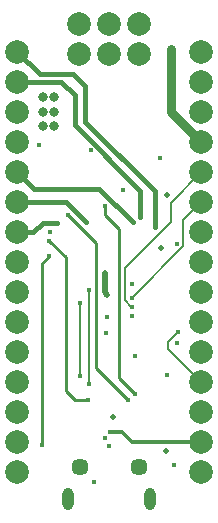
<source format=gbr>
%TF.GenerationSoftware,Altium Limited,Altium Designer,19.1.8 (144)*%
G04 Layer_Physical_Order=3*
G04 Layer_Color=16440176*
%FSLAX26Y26*%
%MOIN*%
%TF.FileFunction,Copper,L3,Inr,Signal*%
%TF.Part,Single*%
G01*
G75*
%TA.AperFunction,Conductor*%
%ADD19C,0.010000*%
%ADD20C,0.008000*%
%ADD21C,0.012000*%
%ADD22C,0.020000*%
%ADD23C,0.015000*%
%TA.AperFunction,ComponentPad*%
%ADD24C,0.031496*%
%ADD25C,0.078740*%
%ADD26C,0.057087*%
%ADD27O,0.037402X0.074803*%
%TA.AperFunction,ViaPad*%
%ADD28C,0.015000*%
%ADD29C,0.020000*%
%TA.AperFunction,Conductor*%
%ADD30C,0.030000*%
D19*
X113175Y210175D02*
Y815175D01*
X293675Y467943D02*
Y883990D01*
Y467943D02*
X401423Y360195D01*
X200771Y976894D02*
X293675Y883990D01*
X113175Y815175D02*
X138175Y840175D01*
X192047Y392503D02*
Y837303D01*
X137175Y892175D02*
X192047Y837303D01*
X322175Y978822D02*
Y1009175D01*
Y978822D02*
X370675Y930322D01*
Y433985D02*
Y930322D01*
Y433985D02*
X424675Y379985D01*
X192047Y392503D02*
X224354Y360195D01*
X268175D01*
D20*
X271175Y415560D02*
Y727175D01*
X270587Y414971D02*
X271175Y415560D01*
X241175Y441931D02*
Y684175D01*
X240685Y441442D02*
X241175Y441931D01*
X583675Y873165D02*
Y960823D01*
X412686Y702175D02*
X583675Y873165D01*
X412175Y702175D02*
X412686D01*
X583675Y960823D02*
X644175Y1021323D01*
X390675Y693270D02*
X411770Y672175D01*
X412175D01*
X390675Y693270D02*
Y802257D01*
X541853Y953435D01*
X534496Y554902D02*
X566389Y586794D01*
X567109D01*
X541853Y953435D02*
Y1019001D01*
X644175Y1121323D01*
X534496Y531002D02*
Y554902D01*
Y531002D02*
X644175Y421323D01*
D21*
X340175Y254175D02*
X380175D01*
X413027Y221323D01*
X644175D01*
D22*
X322175Y719423D02*
X330175Y711423D01*
X322175Y719423D02*
Y783175D01*
D23*
X488897Y938968D02*
Y1057453D01*
X257175Y1289175D02*
X488897Y1057453D01*
X257175Y1289175D02*
Y1407336D01*
X441775Y970610D02*
Y1056576D01*
X222175Y1276175D02*
X441775Y1056576D01*
X222175Y1276175D02*
Y1377175D01*
X218188Y1446323D02*
X257175Y1407336D01*
X105175Y1446323D02*
X218188D01*
X30175Y1421323D02*
X178027D01*
X222175Y1377175D01*
X30175Y921323D02*
X84781D01*
X115351Y951894D01*
X163183D01*
X30175Y1521323D02*
X105175Y1446323D01*
X85886Y1065613D02*
X304474D01*
X30175Y1121323D02*
X85886Y1065613D01*
X304474D02*
X416652Y953435D01*
X30175Y1021323D02*
X191870D01*
X259758Y953435D01*
D24*
X115443Y1371387D02*
D03*
Y1322175D02*
D03*
Y1272963D02*
D03*
X154813D02*
D03*
Y1322175D02*
D03*
Y1371387D02*
D03*
D25*
X437175Y1513175D02*
D03*
X337175D02*
D03*
X237175D02*
D03*
X437175Y1613175D02*
D03*
X337175D02*
D03*
X237175D02*
D03*
X644175Y1521323D02*
D03*
Y1421323D02*
D03*
Y1321323D02*
D03*
Y1221323D02*
D03*
Y1121323D02*
D03*
Y1021323D02*
D03*
Y921323D02*
D03*
Y821323D02*
D03*
Y721323D02*
D03*
Y621323D02*
D03*
Y521323D02*
D03*
Y421323D02*
D03*
Y321323D02*
D03*
Y221323D02*
D03*
Y121323D02*
D03*
X30175Y1521323D02*
D03*
Y1421323D02*
D03*
Y1321323D02*
D03*
Y1221323D02*
D03*
Y1121323D02*
D03*
Y1021323D02*
D03*
Y921323D02*
D03*
Y821323D02*
D03*
Y721323D02*
D03*
Y621323D02*
D03*
Y521323D02*
D03*
Y421323D02*
D03*
Y321323D02*
D03*
Y221323D02*
D03*
Y121323D02*
D03*
D26*
X238749Y136175D02*
D03*
X435601D02*
D03*
D27*
X199379Y29875D02*
D03*
X474971D02*
D03*
D28*
X113175Y210175D02*
D03*
X287175Y87175D02*
D03*
X322620Y233856D02*
D03*
X507175Y1166175D02*
D03*
X102175Y1212175D02*
D03*
X275175Y1193175D02*
D03*
X330175Y711423D02*
D03*
X330175Y639175D02*
D03*
X328175Y583175D02*
D03*
X138175Y840175D02*
D03*
X241175Y684175D02*
D03*
X271175Y727175D02*
D03*
X531175Y444175D02*
D03*
X412175Y642175D02*
D03*
X137175Y892175D02*
D03*
X383175Y1061175D02*
D03*
X340175Y254175D02*
D03*
X337275Y209055D02*
D03*
X322175Y1009175D02*
D03*
X562175Y882070D02*
D03*
X412175Y702175D02*
D03*
Y672175D02*
D03*
X413491Y747175D02*
D03*
X424675Y379985D02*
D03*
X140911Y921493D02*
D03*
X163183Y951894D02*
D03*
X200771Y976894D02*
D03*
X424675Y508183D02*
D03*
X268175Y360195D02*
D03*
X401423D02*
D03*
X270587Y414971D02*
D03*
X240685Y441442D02*
D03*
X567109Y586794D02*
D03*
X562175Y552175D02*
D03*
X441775Y970610D02*
D03*
X488897Y938968D02*
D03*
X416652Y953435D02*
D03*
X259758D02*
D03*
X553175Y144376D02*
D03*
D29*
X544004Y1530660D02*
D03*
X322175Y783175D02*
D03*
X350175Y304175D02*
D03*
X527175Y190175D02*
D03*
X530175Y1045175D02*
D03*
X511175Y867175D02*
D03*
D30*
X544004Y1321494D02*
Y1530660D01*
Y1321494D02*
X644175Y1221323D01*
%TF.MD5,f3cea079670fb3b9dc516fa3ae26b472*%
M02*

</source>
